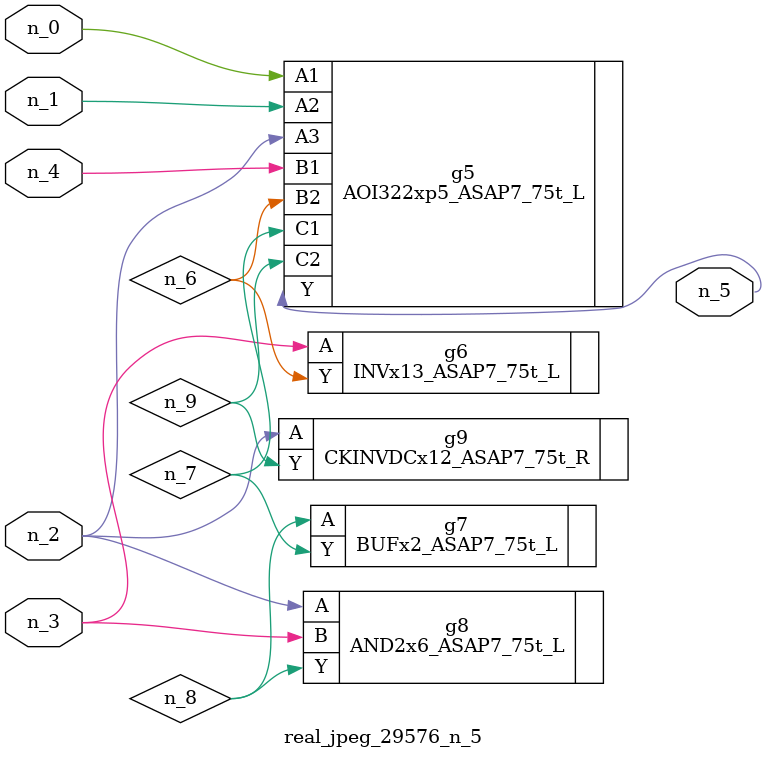
<source format=v>
module real_jpeg_29576_n_5 (n_4, n_0, n_1, n_2, n_3, n_5);

input n_4;
input n_0;
input n_1;
input n_2;
input n_3;

output n_5;

wire n_8;
wire n_6;
wire n_7;
wire n_9;

AOI322xp5_ASAP7_75t_L g5 ( 
.A1(n_0),
.A2(n_1),
.A3(n_2),
.B1(n_4),
.B2(n_6),
.C1(n_7),
.C2(n_9),
.Y(n_5)
);

AND2x6_ASAP7_75t_L g8 ( 
.A(n_2),
.B(n_3),
.Y(n_8)
);

CKINVDCx12_ASAP7_75t_R g9 ( 
.A(n_2),
.Y(n_9)
);

INVx13_ASAP7_75t_L g6 ( 
.A(n_3),
.Y(n_6)
);

BUFx2_ASAP7_75t_L g7 ( 
.A(n_8),
.Y(n_7)
);


endmodule
</source>
